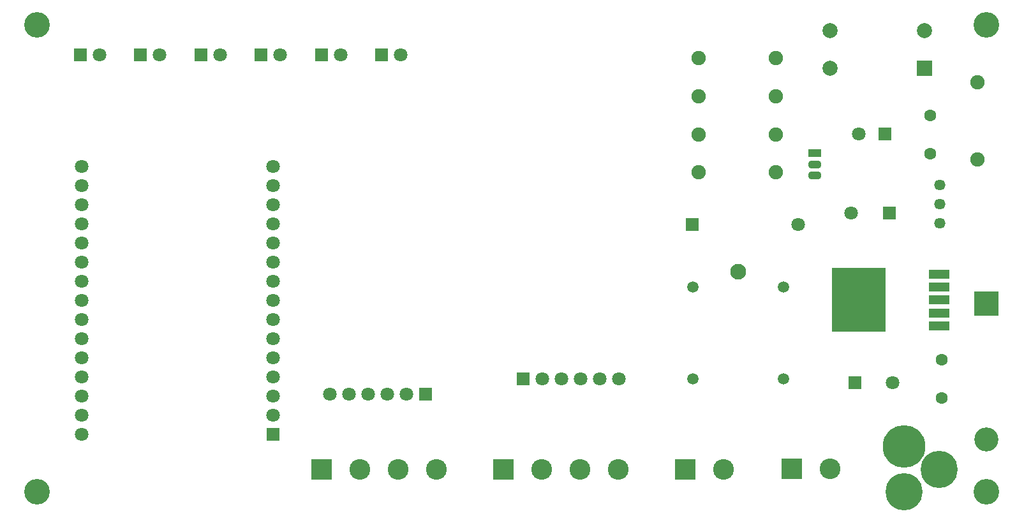
<source format=gbr>
%TF.GenerationSoftware,Altium Limited,Altium Designer,21.4.1 (30)*%
G04 Layer_Color=8388736*
%FSLAX45Y45*%
%MOMM*%
%TF.SameCoordinates,B516314B-6D7E-4A12-AF4E-A3036E98B02D*%
%TF.FilePolarity,Negative*%
%TF.FileFunction,Soldermask,Top*%
%TF.Part,Single*%
G01*
G75*
%TA.AperFunction,ComponentPad*%
%ADD24C,1.90000*%
%ADD28C,1.80000*%
%ADD29R,1.80000X1.80000*%
%ADD35R,1.80000X1.10000*%
%ADD36O,1.80000X1.10000*%
%ADD37R,1.80000X1.80000*%
%ADD38R,2.75000X2.75000*%
%ADD39C,2.75000*%
%ADD40C,5.66000*%
%ADD41C,4.94000*%
%ADD42C,1.50000*%
%ADD43C,2.10000*%
%ADD44C,3.40000*%
%ADD45C,2.00000*%
%ADD46R,2.00000X2.00000*%
%ADD47C,1.60000*%
%ADD48C,1.46900*%
%ADD49R,3.19999X3.19999*%
%ADD50C,3.19999*%
%TA.AperFunction,SMDPad,CuDef*%
%ADD60R,2.70000X1.22000*%
%ADD61R,7.19000X8.53000*%
D24*
X10200000Y5650000D02*
D03*
X9180000D02*
D03*
Y5140000D02*
D03*
X10200000D02*
D03*
X9180000Y4640000D02*
D03*
X10200000D02*
D03*
Y6160000D02*
D03*
X9180000D02*
D03*
X12875000Y4815000D02*
D03*
Y5835000D02*
D03*
D28*
X7104000Y1900000D02*
D03*
X7358000D02*
D03*
X7612000D02*
D03*
X7866000D02*
D03*
X8120000D02*
D03*
X4280000Y1700000D02*
D03*
X4534000D02*
D03*
X4788000D02*
D03*
X5042000D02*
D03*
X5296000D02*
D03*
X1227000Y6200000D02*
D03*
X2027000D02*
D03*
X2827000D02*
D03*
X3627000D02*
D03*
X4427000D02*
D03*
X5227000D02*
D03*
X10500000Y3950000D02*
D03*
X11300000Y5150000D02*
D03*
X11750000Y1850000D02*
D03*
X11200000Y4100000D02*
D03*
X3530600Y1422400D02*
D03*
Y1676400D02*
D03*
Y1930400D02*
D03*
Y2184400D02*
D03*
Y2438400D02*
D03*
Y2692400D02*
D03*
Y2946400D02*
D03*
Y3200400D02*
D03*
Y3454400D02*
D03*
Y3708400D02*
D03*
Y3962400D02*
D03*
Y4216400D02*
D03*
Y4470400D02*
D03*
Y4724400D02*
D03*
X990600Y1168400D02*
D03*
Y1422400D02*
D03*
Y1676400D02*
D03*
Y1930400D02*
D03*
Y2184400D02*
D03*
Y2438400D02*
D03*
Y2692400D02*
D03*
Y2946400D02*
D03*
Y3200400D02*
D03*
Y3454400D02*
D03*
Y3708400D02*
D03*
Y3962400D02*
D03*
Y4216400D02*
D03*
Y4470400D02*
D03*
Y4724400D02*
D03*
D29*
X973000Y6200000D02*
D03*
X1773000D02*
D03*
X2573000D02*
D03*
X3373000D02*
D03*
X4173000D02*
D03*
X4973000D02*
D03*
X9090000Y3950000D02*
D03*
X11650000Y5150000D02*
D03*
X11250000Y1850000D02*
D03*
X3530600Y1168400D02*
D03*
D35*
X10718800Y4899800D02*
D03*
D36*
Y4749800D02*
D03*
Y4599800D02*
D03*
D37*
X6850000Y1900000D02*
D03*
X5550000Y1700000D02*
D03*
X11708000Y4100000D02*
D03*
D38*
X10412700Y711200D02*
D03*
X9000000Y700000D02*
D03*
X6584000D02*
D03*
X4176000D02*
D03*
D39*
X10920700Y711200D02*
D03*
X9508000Y700000D02*
D03*
X7092000D02*
D03*
X7600000D02*
D03*
X8108000D02*
D03*
X4684000D02*
D03*
X5192000D02*
D03*
X5700000D02*
D03*
D40*
X11900000Y1000000D02*
D03*
D41*
X12370000Y700000D02*
D03*
X11900000Y400000D02*
D03*
D42*
X10300000Y3120000D02*
D03*
X9100000D02*
D03*
X10300000Y1900000D02*
D03*
X9100000D02*
D03*
D43*
X9700000Y3320000D02*
D03*
D44*
X13000000Y6600000D02*
D03*
X400000Y400000D02*
D03*
X13000000D02*
D03*
X400000Y6600000D02*
D03*
D45*
X10925000Y6525000D02*
D03*
Y6025000D02*
D03*
X12175000Y6525000D02*
D03*
D46*
Y6025000D02*
D03*
D47*
X12250000Y5400000D02*
D03*
Y4892000D02*
D03*
X12400000Y1650000D02*
D03*
Y2158000D02*
D03*
D48*
X12375000Y4479000D02*
D03*
Y4225000D02*
D03*
Y3971000D02*
D03*
D49*
X13000000Y2900000D02*
D03*
D50*
Y1100000D02*
D03*
D60*
X12369000Y2607000D02*
D03*
Y2777000D02*
D03*
Y2947000D02*
D03*
Y3117000D02*
D03*
Y3287000D02*
D03*
D61*
X11301500Y2947000D02*
D03*
%TF.MD5,a60310b7f193e4499523a8e32d67d0c6*%
M02*

</source>
